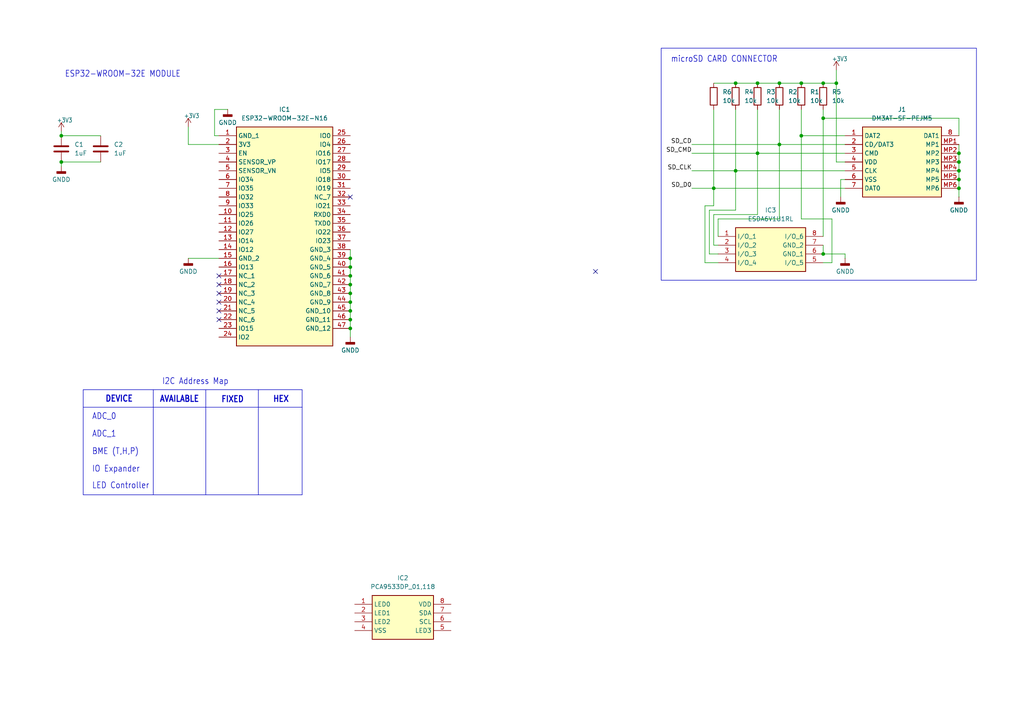
<source format=kicad_sch>
(kicad_sch (version 20250114) (generator "eeschema") (generator_version "9.0")
  (paper "A4")
  (lib_symbols
    (symbol "DM3AT-SF-PEJM5:DM3AT-SF-PEJM5"
      (property "Reference" "J" (at 29.21 7.62 0))
      (property "Value" "DM3AT-SF-PEJM5" (at 29.21 5.08 0))
      (symbol "DM3AT-SF-PEJM5_1_1"
        (rectangle (start 5.08 2.54) (end 27.94 -17.78) (stroke (width 0.254)) (fill (type background)))
        (pin passive line (at 0 0 0) (length 5.08) (name "DAT2") (number "1"))
        (pin passive line (at 0 -2.54 0) (length 5.08) (name "CD/DAT3") (number "2"))
        (pin passive line (at 0 -5.08 0) (length 5.08) (name "CMD") (number "3"))
        (pin passive line (at 0 -7.62 0) (length 5.08) (name "VDD") (number "4"))
        (pin passive line (at 0 -10.16 0) (length 5.08) (name "CLK") (number "5"))
        (pin passive line (at 0 -12.7 0) (length 5.08) (name "VSS") (number "6"))
        (pin passive line (at 0 -15.24 0) (length 5.08) (name "DAT0") (number "7"))
        (pin passive line (at 33.02 0 180) (length 5.08) (name "DAT1") (number "8"))
        (pin passive line (at 33.02 -2.54 180) (length 5.08) (name "MP1") (number "MP1"))
        (pin passive line (at 33.02 -5.08 180) (length 5.08) (name "MP2") (number "MP2"))
        (pin passive line (at 33.02 -7.62 180) (length 5.08) (name "MP3") (number "MP3"))
        (pin passive line (at 33.02 -10.16 180) (length 5.08) (name "MP4") (number "MP4"))
        (pin passive line (at 33.02 -12.7 180) (length 5.08) (name "MP5") (number "MP5"))
        (pin passive line (at 33.02 -15.24 180) (length 5.08) (name "MP6") (number "MP6"))
      )
    )
    (symbol "Device:C" (pin_numbers (hide yes)) (pin_names (offset 0.254))
      (property "Reference" "C" (at 0.635 2.54 0))
      (property "Value" "C" (at 0.635 -2.54 0))
      (symbol "C_0_1"
        (polyline (pts (xy -2.032 0.762) (xy 2.032 0.762)) (stroke (width 0.508)))
        (polyline (pts (xy -2.032 -0.762) (xy 2.032 -0.762)) (stroke (width 0.508)))
      )
      (symbol "C_1_1"
        (pin passive line (at 0 3.81 270) (length 2.794) (name "~") (number "1"))
        (pin passive line (at 0 -3.81 90) (length 2.794) (name "~") (number "2"))
      )
    )
    (symbol "Device:R" (pin_numbers (hide yes)) (pin_names (offset 0))
      (property "Reference" "R" (at 2.032 0 90))
      (property "Value" "R" (at 0 0 90))
      (symbol "R_0_1"
        (rectangle (start -1.016 -2.54) (end 1.016 2.54) (stroke (width 0.254)))
      )
      (symbol "R_1_1"
        (pin passive line (at 0 3.81 270) (length 1.27) (name "~") (number "1"))
        (pin passive line (at 0 -3.81 90) (length 1.27) (name "~") (number "2"))
      )
    )
    (symbol "ESDA6V1U1RL:ESDA6V1U1RL"
      (property "Reference" "IC" (at 26.67 7.62 0))
      (property "Value" "ESDA6V1U1RL" (at 26.67 5.08 0))
      (symbol "ESDA6V1U1RL_1_1"
        (rectangle (start 5.08 2.54) (end 25.4 -10.16) (stroke (width 0.254)) (fill (type background)))
        (pin passive line (at 0 0 0) (length 5.08) (name "I/O_1") (number "1"))
        (pin passive line (at 0 -2.54 0) (length 5.08) (name "I/O_2") (number "2"))
        (pin passive line (at 0 -5.08 0) (length 5.08) (name "I/O_3") (number "3"))
        (pin passive line (at 0 -7.62 0) (length 5.08) (name "I/O_4") (number "4"))
        (pin passive line (at 30.48 0 180) (length 5.08) (name "I/O_6") (number "8"))
        (pin passive line (at 30.48 -2.54 180) (length 5.08) (name "GND_2") (number "7"))
        (pin passive line (at 30.48 -5.08 180) (length 5.08) (name "GND_1") (number "6"))
        (pin passive line (at 30.48 -7.62 180) (length 5.08) (name "I/O_5") (number "5"))
      )
    )
    (symbol "ESP32-WROOM-32E-N16:ESP32-WROOM-32E-N16"
      (property "Reference" "IC" (at 34.29 7.62 0))
      (property "Value" "ESP32-WROOM-32E-N16" (at 34.29 5.08 0))
      (symbol "ESP32-WROOM-32E-N16_1_1"
        (rectangle (start 5.08 2.54) (end 33.02 -60.96) (stroke (width 0.254)) (fill (type background)))
        (pin passive line (at 0 0 0) (length 5.08) (name "GND_1") (number "1"))
        (pin passive line (at 0 -2.54 0) (length 5.08) (name "3V3") (number "2"))
        (pin passive line (at 0 -5.08 0) (length 5.08) (name "EN") (number "3"))
        (pin passive line (at 0 -7.62 0) (length 5.08) (name "SENSOR_VP") (number "4"))
        (pin passive line (at 0 -10.16 0) (length 5.08) (name "SENSOR_VN") (number "5"))
        (pin passive line (at 0 -12.7 0) (length 5.08) (name "IO34") (number "6"))
        (pin passive line (at 0 -15.24 0) (length 5.08) (name "IO35") (number "7"))
        (pin passive line (at 0 -17.78 0) (length 5.08) (name "IO32") (number "8"))
        (pin passive line (at 0 -20.32 0) (length 5.08) (name "IO33") (number "9"))
        (pin passive line (at 0 -22.86 0) (length 5.08) (name "IO25") (number "10"))
        (pin passive line (at 0 -25.4 0) (length 5.08) (name "IO26") (number "11"))
        (pin passive line (at 0 -27.94 0) (length 5.08) (name "IO27") (number "12"))
        (pin passive line (at 0 -30.48 0) (length 5.08) (name "IO14") (number "13"))
        (pin passive line (at 0 -33.02 0) (length 5.08) (name "IO12") (number "14"))
        (pin passive line (at 0 -35.56 0) (length 5.08) (name "GND_2") (number "15"))
        (pin passive line (at 0 -38.1 0) (length 5.08) (name "IO13") (number "16"))
        (pin passive line (at 0 -40.64 0) (length 5.08) (name "NC_1") (number "17"))
        (pin passive line (at 0 -43.18 0) (length 5.08) (name "NC_2") (number "18"))
        (pin passive line (at 0 -45.72 0) (length 5.08) (name "NC_3") (number "19"))
        (pin passive line (at 0 -48.26 0) (length 5.08) (name "NC_4") (number "20"))
        (pin passive line (at 0 -50.8 0) (length 5.08) (name "NC_5") (number "21"))
        (pin passive line (at 0 -53.34 0) (length 5.08) (name "NC_6") (number "22"))
        (pin passive line (at 0 -55.88 0) (length 5.08) (name "IO15") (number "23"))
        (pin passive line (at 0 -58.42 0) (length 5.08) (name "IO2") (number "24"))
        (pin passive line (at 38.1 0 180) (length 5.08) (name "IO0") (number "25"))
        (pin passive line (at 38.1 -2.54 180) (length 5.08) (name "IO4") (number "26"))
        (pin passive line (at 38.1 -5.08 180) (length 5.08) (name "IO16") (number "27"))
        (pin passive line (at 38.1 -7.62 180) (length 5.08) (name "IO17") (number "28"))
        (pin passive line (at 38.1 -10.16 180) (length 5.08) (name "IO5") (number "29"))
        (pin passive line (at 38.1 -12.7 180) (length 5.08) (name "IO18") (number "30"))
        (pin passive line (at 38.1 -15.24 180) (length 5.08) (name "IO19") (number "31"))
        (pin passive line (at 38.1 -17.78 180) (length 5.08) (name "NC_7") (number "32"))
        (pin passive line (at 38.1 -20.32 180) (length 5.08) (name "IO21") (number "33"))
        (pin passive line (at 38.1 -22.86 180) (length 5.08) (name "RXD0") (number "34"))
        (pin passive line (at 38.1 -25.4 180) (length 5.08) (name "TXD0") (number "35"))
        (pin passive line (at 38.1 -27.94 180) (length 5.08) (name "IO22") (number "36"))
        (pin passive line (at 38.1 -30.48 180) (length 5.08) (name "IO23") (number "37"))
        (pin passive line (at 38.1 -33.02 180) (length 5.08) (name "GND_3") (number "38"))
        (pin passive line (at 38.1 -35.56 180) (length 5.08) (name "GND_4") (number "39"))
        (pin passive line (at 38.1 -38.1 180) (length 5.08) (name "GND_5") (number "40"))
        (pin passive line (at 38.1 -40.64 180) (length 5.08) (name "GND_6") (number "41"))
        (pin passive line (at 38.1 -43.18 180) (length 5.08) (name "GND_7") (number "42"))
        (pin passive line (at 38.1 -45.72 180) (length 5.08) (name "GND_8") (number "43"))
        (pin passive line (at 38.1 -48.26 180) (length 5.08) (name "GND_9") (number "44"))
        (pin passive line (at 38.1 -50.8 180) (length 5.08) (name "GND_10") (number "45"))
        (pin passive line (at 38.1 -53.34 180) (length 5.08) (name "GND_11") (number "46"))
        (pin passive line (at 38.1 -55.88 180) (length 5.08) (name "GND_12") (number "47"))
      )
    )
    (symbol "PCA9533DP_01_118:PCA9533DP_01,118"
      (property "Reference" "IC" (at 24.13 7.62 0))
      (property "Value" "PCA9533DP_01,118" (at 24.13 5.08 0))
      (symbol "PCA9533DP_01,118_1_1"
        (rectangle (start 5.08 2.54) (end 22.86 -10.16) (stroke (width 0.254)) (fill (type background)))
        (pin passive line (at 0 0 0) (length 5.08) (name "LED0") (number "1"))
        (pin passive line (at 0 -2.54 0) (length 5.08) (name "LED1") (number "2"))
        (pin passive line (at 0 -5.08 0) (length 5.08) (name "LED2") (number "3"))
        (pin passive line (at 0 -7.62 0) (length 5.08) (name "VSS") (number "4"))
        (pin passive line (at 27.94 0 180) (length 5.08) (name "VDD") (number "8"))
        (pin passive line (at 27.94 -2.54 180) (length 5.08) (name "SDA") (number "7"))
        (pin passive line (at 27.94 -5.08 180) (length 5.08) (name "SCL") (number "6"))
        (pin passive line (at 27.94 -7.62 180) (length 5.08) (name "LED3") (number "5"))
      )
    )
    (symbol "power:+3V3" (power) (pin_names (offset 0))
      (property "Value" "+3V3" (at 0 3.556 0))
      (symbol "+3V3_0_1"
        (polyline (pts (xy -0.762 1.27) (xy 0 2.54)))
        (polyline (pts (xy 0 2.54) (xy 0.762 1.27)))
        (polyline (pts (xy 0 0) (xy 0 2.54)))
      )
      (symbol "+3V3_1_1"
        (pin power_in line (at 0 0 90) (length 0) (hide yes) (name "+3V3") (number "1"))
      )
    )
    (symbol "power:GNDD" (power) (pin_numbers (hide yes)) (pin_names (offset 0) (hide yes))
      (property "Value" "GNDD" (at 0 -3.175 0))
      (symbol "GNDD_0_1"
        (rectangle (start -1.27 -1.524) (end 1.27 -2.032) (stroke (width 0.254)) (fill (type outline)))
        (polyline (pts (xy 0 0) (xy 0 -1.524)))
      )
      (symbol "GNDD_1_1"
        (pin power_in line (at 0 0 270) (length 0) (name "~") (number "1"))
      )
    )
  )
  (rectangle (start 191.77 13.97) (end 283.21 81.28))
  (text "DEVICE" (at 30.48 116.84 0) (effects (font (size 1.778 1.5113) (thickness 0.3023) (bold yes)) (justify left bottom)))
  (text "I2C Address Map" (at 46.99 111.76 0) (effects (font (size 1.778 1.5113)) (justify left bottom)))
  (text "ADC_1\n" (at 26.67 127 0) (effects (font (size 1.778 1.5113)) (justify left bottom)))
  (text "BME (T,H,P)" (at 26.67 132.08 0) (effects (font (size 1.778 1.5113)) (justify left bottom)))
  (text "IO Expander" (at 26.67 137.16 0) (effects (font (size 1.778 1.5113)) (justify left bottom)))
  (text "FIXED" (at 64.0933 117.0031 0) (effects (font (size 1.778 1.5113) (thickness 0.3023) (bold yes)) (justify left bottom)))
  (text "AVAILABLE" (at 46.2355 116.9054 0) (effects (font (size 1.778 1.5113) (thickness 0.3023) (bold yes)) (justify left bottom)))
  (text "microSD CARD CONNECTOR" (at 194.564 18.288 0) (effects (font (size 1.778 1.5113)) (justify left bottom)))
  (text "LED Controller" (at 26.67 141.986 0) (effects (font (size 1.778 1.5113)) (justify left bottom)))
  (text "ADC_0\n" (at 26.67 121.92 0) (effects (font (size 1.778 1.5113)) (justify left bottom)))
  (text "ESP32-WROOM-32E MODULE" (at 18.796 22.606 0) (effects (font (size 1.778 1.5113)) (justify left bottom)))
  (text "HEX" (at 79.1174 116.9298 0) (effects (font (size 1.778 1.5113) (thickness 0.3023) (bold yes)) (justify left bottom)))
  (junction (at 278.13 49.53))
  (junction (at 278.13 44.45))
  (junction (at 238.76 24.13))
  (junction (at 278.13 46.99))
  (junction (at 101.6 95.25))
  (junction (at 17.78 39.37))
  (junction (at 101.6 87.63))
  (junction (at 213.36 49.53))
  (junction (at 226.06 24.13))
  (junction (at 101.6 82.55))
  (junction (at 101.6 85.09))
  (junction (at 232.41 39.37))
  (junction (at 219.71 44.45))
  (junction (at 238.76 73.66))
  (junction (at 207.01 54.61))
  (junction (at 101.6 74.93))
  (junction (at 101.6 77.47))
  (junction (at 213.36 24.13))
  (junction (at 101.6 90.17))
  (junction (at 278.13 52.07))
  (junction (at 101.6 92.71))
  (junction (at 219.71 24.13))
  (junction (at 242.57 24.13))
  (junction (at 226.06 41.91))
  (junction (at 238.76 34.29))
  (junction (at 17.78 46.99))
  (junction (at 101.6 80.01))
  (junction (at 278.13 54.61))
  (junction (at 232.41 24.13))
  (no_connect (at 172.72 78.74))
  (no_connect (at 63.5 85.09))
  (no_connect (at 63.5 82.55))
  (no_connect (at 63.5 90.17))
  (no_connect (at 63.5 87.63))
  (no_connect (at 63.5 92.71))
  (no_connect (at 101.6 57.15))
  (no_connect (at 63.5 80.01))
  (wire (pts (xy 66.04 31.75) (xy 62.23 31.75)))
  (wire (pts (xy 278.13 49.53) (xy 278.13 52.07)))
  (polyline (pts (xy 74.93 113.03) (xy 87.63 113.03)))
  (wire (pts (xy 17.78 46.99) (xy 29.21 46.99)))
  (wire (pts (xy 245.11 73.66) (xy 238.76 73.66)))
  (wire (pts (xy 208.28 76.2) (xy 204.47 76.2)))
  (wire (pts (xy 226.06 24.13) (xy 232.41 24.13)))
  (polyline (pts (xy 59.69 113.03) (xy 59.69 143.51)))
  (wire (pts (xy 208.28 71.12) (xy 207.01 71.12)))
  (wire (pts (xy 63.5 74.93) (xy 54.61 74.93)))
  (wire (pts (xy 213.36 24.13) (xy 219.71 24.13)))
  (wire (pts (xy 205.74 73.66) (xy 205.74 60.96)))
  (wire (pts (xy 232.41 39.37) (xy 245.11 39.37)))
  (wire (pts (xy 226.06 41.91) (xy 245.11 41.91)))
  (wire (pts (xy 232.41 31.75) (xy 232.41 39.37)))
  (wire (pts (xy 54.61 41.91) (xy 63.5 41.91)))
  (wire (pts (xy 238.76 31.75) (xy 238.76 34.29)))
  (wire (pts (xy 226.06 31.75) (xy 226.06 41.91)))
  (wire (pts (xy 243.84 52.07) (xy 245.11 52.07)))
  (polyline (pts (xy 24.13 113.03) (xy 44.45 113.03)))
  (wire (pts (xy 278.13 52.07) (xy 278.13 54.61)))
  (wire (pts (xy 62.23 31.75) (xy 62.23 39.37)))
  (polyline (pts (xy 44.45 113.03) (xy 44.45 143.51)))
  (wire (pts (xy 17.78 46.99) (xy 17.78 48.26)))
  (wire (pts (xy 208.28 68.58) (xy 208.28 63.5)))
  (polyline (pts (xy 87.63 113.03) (xy 87.63 118.11)))
  (wire (pts (xy 278.13 54.61) (xy 278.13 57.15)))
  (wire (pts (xy 208.28 73.66) (xy 205.74 73.66)))
  (wire (pts (xy 207.01 54.61) (xy 207.01 59.69)))
  (wire (pts (xy 200.66 44.45) (xy 219.71 44.45)))
  (wire (pts (xy 278.13 44.45) (xy 278.13 46.99)))
  (wire (pts (xy 17.78 38.1) (xy 17.78 39.37)))
  (wire (pts (xy 200.66 41.91) (xy 226.06 41.91)))
  (wire (pts (xy 213.36 31.75) (xy 213.36 49.53)))
  (polyline (pts (xy 44.45 113.03) (xy 59.69 113.03)))
  (wire (pts (xy 242.57 20.32) (xy 242.57 24.13)))
  (wire (pts (xy 243.84 57.15) (xy 243.84 52.07)))
  (wire (pts (xy 238.76 71.12) (xy 238.76 73.66)))
  (wire (pts (xy 242.57 24.13) (xy 242.57 46.99)))
  (wire (pts (xy 219.71 44.45) (xy 245.11 44.45)))
  (wire (pts (xy 238.76 34.29) (xy 238.76 68.58)))
  (wire (pts (xy 238.76 76.2) (xy 241.3 76.2)))
  (wire (pts (xy 238.76 24.13) (xy 242.57 24.13)))
  (wire (pts (xy 219.71 24.13) (xy 226.06 24.13)))
  (wire (pts (xy 213.36 49.53) (xy 245.11 49.53)))
  (wire (pts (xy 17.78 39.37) (xy 29.21 39.37)))
  (wire (pts (xy 207.01 62.23) (xy 219.71 62.23)))
  (wire (pts (xy 278.13 41.91) (xy 278.13 44.45)))
  (wire (pts (xy 205.74 60.96) (xy 213.36 60.96)))
  (wire (pts (xy 204.47 76.2) (xy 204.47 59.69)))
  (wire (pts (xy 200.66 54.61) (xy 207.01 54.61)))
  (polyline (pts (xy 24.13 113.03) (xy 24.13 143.51)))
  (wire (pts (xy 278.13 46.99) (xy 278.13 49.53)))
  (wire (pts (xy 226.06 63.5) (xy 226.06 41.91)))
  (wire (pts (xy 242.57 46.99) (xy 245.11 46.99)))
  (wire (pts (xy 101.6 95.25) (xy 101.6 97.79)))
  (wire (pts (xy 101.6 72.39) (xy 101.6 74.93)))
  (wire (pts (xy 101.6 82.55) (xy 101.6 85.09)))
  (polyline (pts (xy 59.69 143.51) (xy 87.63 143.51)))
  (wire (pts (xy 101.6 77.47) (xy 101.6 80.01)))
  (wire (pts (xy 101.6 74.93) (xy 101.6 77.47)))
  (wire (pts (xy 54.61 36.83) (xy 54.61 41.91)))
  (wire (pts (xy 232.41 63.5) (xy 232.41 39.37)))
  (polyline (pts (xy 87.63 143.51) (xy 87.63 118.11)))
  (wire (pts (xy 207.01 71.12) (xy 207.01 62.23)))
  (polyline (pts (xy 74.93 113.03) (xy 74.93 143.51)))
  (wire (pts (xy 207.01 24.13) (xy 213.36 24.13)))
  (wire (pts (xy 219.71 31.75) (xy 219.71 44.45)))
  (wire (pts (xy 101.6 87.63) (xy 101.6 90.17)))
  (wire (pts (xy 101.6 80.01) (xy 101.6 82.55)))
  (polyline (pts (xy 24.13 118.11) (xy 87.63 118.11)))
  (wire (pts (xy 219.71 62.23) (xy 219.71 44.45)))
  (wire (pts (xy 200.66 49.53) (xy 213.36 49.53)))
  (wire (pts (xy 101.6 85.09) (xy 101.6 87.63)))
  (wire (pts (xy 232.41 24.13) (xy 238.76 24.13)))
  (wire (pts (xy 207.01 54.61) (xy 245.11 54.61)))
  (wire (pts (xy 241.3 76.2) (xy 241.3 63.5)))
  (polyline (pts (xy 24.13 143.51) (xy 59.69 143.51)))
  (wire (pts (xy 62.23 39.37) (xy 63.5 39.37)))
  (wire (pts (xy 241.3 63.5) (xy 232.41 63.5)))
  (wire (pts (xy 204.47 59.69) (xy 207.01 59.69)))
  (wire (pts (xy 238.76 34.29) (xy 278.13 34.29)))
  (wire (pts (xy 278.13 39.37) (xy 278.13 34.29)))
  (wire (pts (xy 101.6 90.17) (xy 101.6 92.71)))
  (wire (pts (xy 208.28 63.5) (xy 226.06 63.5)))
  (wire (pts (xy 101.6 92.71) (xy 101.6 95.25)))
  (wire (pts (xy 245.11 74.93) (xy 245.11 73.66)))
  (wire (pts (xy 207.01 31.75) (xy 207.01 54.61)))
  (polyline (pts (xy 59.69 113.03) (xy 74.93 113.03)))
  (wire (pts (xy 213.36 60.96) (xy 213.36 49.53)))
  (label "SD_D0" (at 200.66 54.61 180) (effects (font (size 1.2446 1.2446))))
  (label "SD_CD" (at 200.66 41.91 180) (effects (font (size 1.2446 1.2446))))
  (label "SD_CMD" (at 200.66 44.45 180) (effects (font (size 1.2446 1.2446))))
  (label "SD_CLK" (at 200.66 49.53 180) (effects (font (size 1.2446 1.2446))))
  (symbol (lib_id "Device:R") (at 213.36 27.94 0) (unit 1)
    (property "Reference" "R4" (at 215.9 26.6699 0) (effects (justify left)))
    (property "Value" "10k" (at 215.9 29.2099 0) (effects (justify left)))
    (property "Description" "Resistor" (effects (hide yes)))
  )
  (symbol (lib_id "power:GNDD") (at 245.11 74.93 0) (unit 1)
    (property "Reference" "#PWR06" (effects (hide yes)))
    (property "Value" "GNDD" (at 245.11 78.74 0))
    (property "Description" "Power symbol creates a global label with name \"GNDD\" , digital ground" (effects (hide yes)))
  )
  (symbol (lib_id "power:GNDD") (at 66.04 31.75 0) (unit 1)
    (property "Reference" "#PWR03" (effects (hide yes)))
    (property "Value" "GNDD" (at 66.04 35.56 0))
    (property "Description" "Power symbol creates a global label with name \"GNDD\" , digital ground" (effects (hide yes)))
  )
  (symbol (lib_id "Device:R") (at 238.76 27.94 0) (unit 1)
    (property "Reference" "R5" (at 241.3 26.6699 0) (effects (justify left)))
    (property "Value" "10k" (at 241.3 29.2099 0) (effects (justify left)))
    (property "Description" "Resistor" (effects (hide yes)))
  )
  (symbol (lib_id "power:GNDD") (at 243.84 57.15 0) (unit 1)
    (property "Reference" "#PWR05" (effects (hide yes)))
    (property "Value" "GNDD" (at 243.84 60.96 0))
    (property "Description" "Power symbol creates a global label with name \"GNDD\" , digital ground" (effects (hide yes)))
  )
  (symbol (lib_id "power:+3V3") (at 242.57 20.32 0) (unit 1)
    (property "Reference" "#U$02" (effects (hide yes)))
    (property "Value" "+3V3" (at 241.3 17.78 0) (effects (font (size 1.27 1.0795)) (justify left bottom)))
    (property "Footprint" "AirU_v3.0:" (effects (hide yes)))
  )
  (symbol (lib_id "Device:C") (at 17.78 43.18 0) (unit 1)
    (property "Reference" "C1" (at 21.59 41.9099 0) (effects (justify left)))
    (property "Value" "1uF" (at 21.59 44.4499 0) (effects (justify left)))
    (property "Description" "Unpolarized capacitor" (effects (hide yes)))
  )
  (symbol (lib_id "power:+3V3") (at 17.78 38.1 0) (unit 1)
    (property "Reference" "#U$01" (effects (hide yes)))
    (property "Value" "+3V3" (at 16.51 35.56 0) (effects (font (size 1.27 1.0795)) (justify left bottom)))
    (property "Footprint" "AirU_v3.0:" (effects (hide yes)))
  )
  (symbol (lib_id "ESDA6V1U1RL:ESDA6V1U1RL") (at 208.28 68.58 0) (unit 1)
    (property "Reference" "IC3" (at 223.52 60.96 0))
    (property "Value" "ESDA6V1U1RL" (at 223.52 63.5 0))
    (property "Footprint" "SOIC127P600X175-8N" (effects (hide yes)))
    (property "Datasheet" "https://www.st.com/resource/en/datasheet/esda6v1u1.pdf" (effects (hide yes)))
    (property "Description" "TVS Diode Array Uni-Directional ESDA6V1U1RL Hex, 200W SOIC 8-Pin" (effects (hide yes)))
    (property "Height" "1.75" (effects (hide yes)))
    (property "Mouser Part Number" "511-ESDA6V1U1-TR" (effects (hide yes)))
    (property "Mouser Price/Stock" "https://www.mouser.co.uk/ProductDetail/STMicroelectronics/ESDA6V1U1RL?qs=jM0G0S7oE2ijLJcZLKDOhQ%3D%3D" (effects (hide yes)))
    (property "Manufacturer_Name" "STMicroelectronics" (effects (hide yes)))
    (property "Manufacturer_Part_Number" "ESDA6V1U1RL" (effects (hide yes)))
  )
  (symbol (lib_id "Device:R") (at 219.71 27.94 0) (unit 1)
    (property "Reference" "R3" (at 222.25 26.6699 0) (effects (justify left)))
    (property "Value" "10k" (at 222.25 29.2099 0) (effects (justify left)))
    (property "Description" "Resistor" (effects (hide yes)))
  )
  (symbol (lib_id "Device:C") (at 29.21 43.18 0) (unit 1)
    (property "Reference" "C2" (at 33.02 41.9099 0) (effects (justify left)))
    (property "Value" "1uF" (at 33.02 44.4499 0) (effects (justify left)))
    (property "Description" "Unpolarized capacitor" (effects (hide yes)))
  )
  (symbol (lib_id "power:GNDD") (at 17.78 48.26 0) (unit 1)
    (property "Reference" "#PWR04" (effects (hide yes)))
    (property "Value" "GNDD" (at 17.78 52.07 0))
    (property "Description" "Power symbol creates a global label with name \"GNDD\" , digital ground" (effects (hide yes)))
  )
  (symbol (lib_id "DM3AT-SF-PEJM5:DM3AT-SF-PEJM5") (at 245.11 39.37 0) (unit 1)
    (property "Reference" "J1" (at 261.62 31.75 0))
    (property "Value" "DM3AT-SF-PEJM5" (at 261.62 34.29 0))
    (property "Footprint" "DM3ATSFPEJM5" (effects (hide yes)))
    (property "Datasheet" "https://datasheet.lcsc.com/szlcsc/Hirose-HRS-DM3AT-SF-PEJM5_C114218.pdf" (effects (hide yes)))
    (property "Description" "Memory Card Connectors R/A SMT MICROSD CON PUSH-PUSH TOP BRDMNT" (effects (hide yes)))
    (property "Height" "1.83" (effects (hide yes)))
    (property "Mouser Part Number" "798-DM3AT-SF-PEJM5" (effects (hide yes)))
    (property "Mouser Price/Stock" "https://www.mouser.co.uk/ProductDetail/Hirose-Connector/DM3AT-SF-PEJM5?qs=LZSZKJVF%252B2WTDKp%252BR7IYAQ%3D%3D" (effects (hide yes)))
    (property "Manufacturer_Name" "Hirose" (effects (hide yes)))
    (property "Manufacturer_Part_Number" "DM3AT-SF-PEJM5" (effects (hide yes)))
  )
  (symbol (lib_id "power:GNDD") (at 54.61 74.93 0) (unit 1)
    (property "Reference" "#PWR02" (effects (hide yes)))
    (property "Value" "GNDD" (at 54.61 78.74 0))
    (property "Description" "Power symbol creates a global label with name \"GNDD\" , digital ground" (effects (hide yes)))
  )
  (symbol (lib_id "power:+3V3") (at 54.61 36.83 0) (unit 1)
    (property "Reference" "#U$07" (effects (hide yes)))
    (property "Value" "+3V3" (at 53.34 34.29 0) (effects (font (size 1.27 1.0795)) (justify left bottom)))
    (property "Footprint" "AirU_v3.0:" (effects (hide yes)))
  )
  (symbol (lib_id "ESP32-WROOM-32E-N16:ESP32-WROOM-32E-N16") (at 63.5 39.37 0) (unit 1)
    (property "Reference" "IC1" (at 82.55 31.75 0))
    (property "Value" "ESP32-WROOM-32E-N16" (at 82.55 34.29 0))
    (property "Footprint" "ESP32WROOM32EN16" (effects (hide yes)))
    (property "Datasheet" "https://www.espressif.com/sites/default/files/documentation/esp32-wroom-32e_esp32-wroom-32ue_datasheet_en.pdf" (effects (hide yes)))
    (property "Description" "Bluetooth, WiFi 802.11b/g/n, Bluetooth v4.2 +EDR, Class 1, 2 and 3 Transceiver Module 2.4GHz ~ 2.5GHz Integrated, Trace Surface Mount" (effects (hide yes)))
    (property "Height" "3.25" (effects (hide yes)))
    (property "Mouser Part Number" "356-ESP32WRM32E128PH" (effects (hide yes)))
    (property "Mouser Price/Stock" "https://www.mouser.co.uk/ProductDetail/Espressif-Systems/ESP32-WROOM-32E-N16?qs=Li%252BoUPsLEnsC4cA%252BUYB2Bw%3D%3D" (effects (hide yes)))
    (property "Manufacturer_Name" "Espressif Systems" (effects (hide yes)))
    (property "Manufacturer_Part_Number" "ESP32-WROOM-32E-N16" (effects (hide yes)))
  )
  (symbol (lib_id "PCA9533DP_01_118:PCA9533DP_01,118") (at 102.87 175.26 0) (unit 1)
    (property "Reference" "IC2" (at 116.84 167.64 0))
    (property "Value" "PCA9533DP_01,118" (at 116.84 170.18 0))
    (property "Footprint" "SOP65P490X110-8N" (effects (hide yes)))
    (property "Datasheet" "http://www.nxp.com/docs/en/data-sheet/PCA9533.pdf" (effects (hide yes)))
    (property "Description" "NXP PCA9533DP/01,118, LED Display Controller 4-Segments, 2.5 V, 3.3 V, 5 V, 8-Pin TSSOP" (effects (hide yes)))
    (property "Height" "1.1" (effects (hide yes)))
    (property "Mouser Part Number" "771-PCA9533DP/01-T" (effects (hide yes)))
    (property "Mouser Price/Stock" "https://www.mouser.co.uk/ProductDetail/NXP-Semiconductors/PCA9533DP-01118?qs=LOCUfHb8d9swhVPRV%252BdNKA%3D%3D" (effects (hide yes)))
    (property "Manufacturer_Name" "NXP" (effects (hide yes)))
    (property "Manufacturer_Part_Number" "PCA9533DP/01,118" (effects (hide yes)))
  )
  (symbol (lib_id "Device:R") (at 232.41 27.94 0) (unit 1)
    (property "Reference" "R1" (at 234.95 26.6699 0) (effects (justify left)))
    (property "Value" "10k" (at 234.95 29.2099 0) (effects (justify left)))
    (property "Description" "Resistor" (effects (hide yes)))
  )
  (symbol (lib_id "power:GNDD") (at 101.6 97.79 0) (unit 1)
    (property "Reference" "#PWR01" (effects (hide yes)))
    (property "Value" "GNDD" (at 101.6 101.6 0))
    (property "Description" "Power symbol creates a global label with name \"GNDD\" , digital ground" (effects (hide yes)))
  )
  (symbol (lib_id "power:GNDD") (at 278.13 57.15 0) (unit 1)
    (property "Reference" "#PWR07" (effects (hide yes)))
    (property "Value" "GNDD" (at 278.13 60.96 0))
    (property "Description" "Power symbol creates a global label with name \"GNDD\" , digital ground" (effects (hide yes)))
  )
  (symbol (lib_id "Device:R") (at 207.01 27.94 0) (unit 1)
    (property "Reference" "R6" (at 209.55 26.6699 0) (effects (justify left)))
    (property "Value" "10k" (at 209.55 29.2099 0) (effects (justify left)))
    (property "Description" "Resistor" (effects (hide yes)))
  )
  (symbol (lib_id "Device:R") (at 226.06 27.94 0) (unit 1)
    (property "Reference" "R2" (at 228.6 26.6699 0) (effects (justify left)))
    (property "Value" "10k" (at 228.6 29.2099 0) (effects (justify left)))
    (property "Description" "Resistor" (effects (hide yes)))
  )
)
</source>
